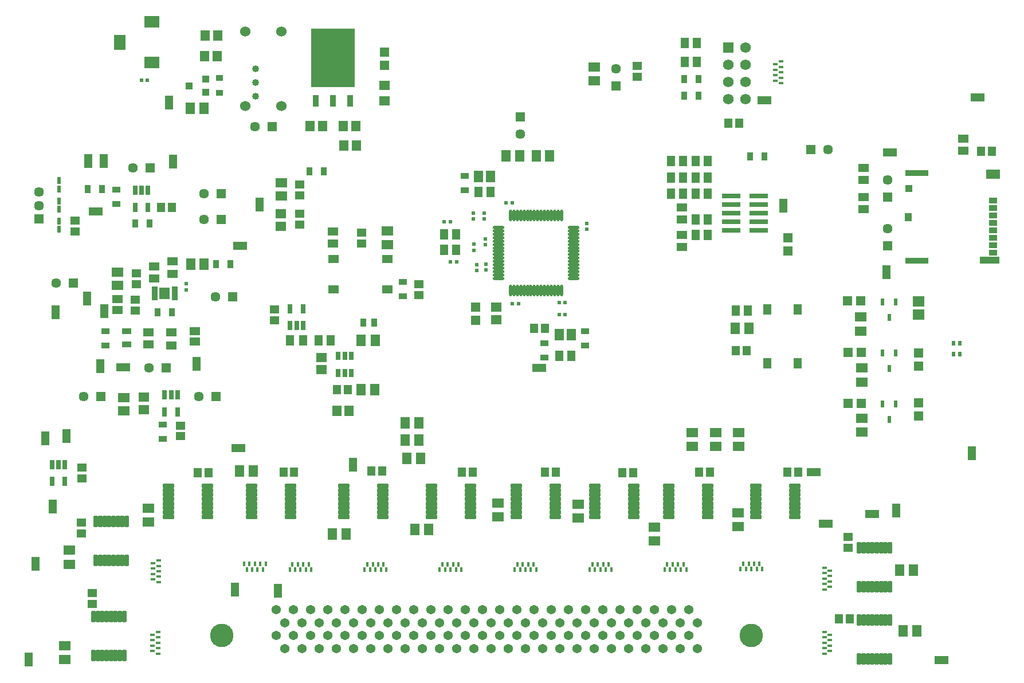
<source format=gts>
G04*
G04 #@! TF.GenerationSoftware,Altium Limited,Altium Designer,20.2.5 (213)*
G04*
G04 Layer_Color=8388736*
%FSLAX25Y25*%
%MOIN*%
G70*
G04*
G04 #@! TF.SameCoordinates,7C5E352A-D8AC-4D21-BA38-630912A149F9*
G04*
G04*
G04 #@! TF.FilePolarity,Negative*
G04*
G01*
G75*
%ADD23R,0.05938X0.05534*%
%ADD24R,0.05118X0.03543*%
%ADD25R,0.02362X0.02362*%
%ADD29R,0.05136X0.05733*%
%ADD31R,0.05534X0.05938*%
%ADD32R,0.05727X0.06127*%
%ADD36R,0.05733X0.05136*%
%ADD39R,0.03543X0.05118*%
%ADD42R,0.02362X0.02362*%
%ADD44R,0.05118X0.06102*%
%ADD46R,0.03567X0.05157*%
%ADD48R,0.06127X0.05727*%
%ADD50R,0.05756X0.05333*%
%ADD51R,0.06102X0.05118*%
%ADD57R,0.05709X0.03740*%
%ADD64R,0.10906X0.02559*%
%ADD66R,0.02165X0.03150*%
%ADD67R,0.05333X0.05756*%
%ADD68R,0.02200X0.04000*%
%ADD71R,0.03300X0.06900*%
%ADD72R,0.25800X0.34400*%
%ADD75R,0.05721X0.06902*%
%ADD76R,0.06902X0.05721*%
%ADD77R,0.08477X0.05131*%
%ADD78R,0.05131X0.08477*%
%ADD79R,0.05328X0.06509*%
%ADD80R,0.04737X0.06115*%
%ADD81R,0.06115X0.04737*%
G04:AMPARAMS|DCode=82|XSize=69.81mil|YSize=24.14mil|CornerRadius=6.02mil|HoleSize=0mil|Usage=FLASHONLY|Rotation=0.000|XOffset=0mil|YOffset=0mil|HoleType=Round|Shape=RoundedRectangle|*
%AMROUNDEDRECTD82*
21,1,0.06981,0.01211,0,0,0.0*
21,1,0.05778,0.02414,0,0,0.0*
1,1,0.01204,0.02889,-0.00605*
1,1,0.01204,-0.02889,-0.00605*
1,1,0.01204,-0.02889,0.00605*
1,1,0.01204,0.02889,0.00605*
%
%ADD82ROUNDEDRECTD82*%
%ADD83R,0.02080X0.02375*%
%ADD84R,0.04068X0.03753*%
%ADD85R,0.05524X0.06509*%
%ADD86R,0.01981X0.04343*%
%ADD87R,0.03162X0.05328*%
G04:AMPARAMS|DCode=88|XSize=69.81mil|YSize=24.14mil|CornerRadius=6.02mil|HoleSize=0mil|Usage=FLASHONLY|Rotation=90.000|XOffset=0mil|YOffset=0mil|HoleType=Round|Shape=RoundedRectangle|*
%AMROUNDEDRECTD88*
21,1,0.06981,0.01211,0,0,90.0*
21,1,0.05778,0.02414,0,0,90.0*
1,1,0.01204,0.00605,0.02889*
1,1,0.01204,0.00605,-0.02889*
1,1,0.01204,-0.00605,-0.02889*
1,1,0.01204,-0.00605,0.02889*
%
%ADD88ROUNDEDRECTD88*%
%ADD89R,0.02769X0.01784*%
%ADD90R,0.01784X0.02769*%
%ADD91R,0.05131X0.05918*%
%ADD92R,0.02965X0.04934*%
%ADD93R,0.04934X0.06312*%
%ADD94R,0.06154X0.06548*%
%ADD95R,0.03753X0.01981*%
%ADD96R,0.06509X0.05524*%
%ADD97R,0.06115X0.04540*%
%ADD98R,0.06312X0.04934*%
%ADD99R,0.04461X0.04343*%
%ADD100R,0.03871X0.04934*%
%ADD101R,0.08005X0.05288*%
%ADD102R,0.13792X0.03556*%
%ADD103R,0.11824X0.04186*%
%ADD104R,0.05131X0.03556*%
%ADD105R,0.06902X0.06115*%
%ADD106O,0.01784X0.06902*%
%ADD107O,0.06902X0.01784*%
%ADD108R,0.04343X0.03950*%
%ADD109R,0.05918X0.05328*%
%ADD110R,0.05682X0.05682*%
%ADD111C,0.05682*%
%ADD112R,0.05682X0.05682*%
%ADD113R,0.06706X0.09068*%
%ADD114R,0.09068X0.06706*%
%ADD115C,0.05386*%
%ADD116C,0.13674*%
%ADD117R,0.06181X0.06181*%
%ADD118C,0.06181*%
%ADD119C,0.05721*%
%ADD120R,0.05721X0.05721*%
%ADD121C,0.06000*%
%ADD122C,0.04000*%
D23*
X267689Y362353D02*
D03*
Y369647D02*
D03*
X291277Y286268D02*
D03*
Y278974D02*
D03*
D24*
X338500Y330134D02*
D03*
Y321866D02*
D03*
X421000Y286232D02*
D03*
Y294500D02*
D03*
X444500Y293232D02*
D03*
Y301500D02*
D03*
X198800Y247134D02*
D03*
Y238866D02*
D03*
X165500Y293161D02*
D03*
Y301429D02*
D03*
X374500Y383366D02*
D03*
Y391634D02*
D03*
X172000Y375366D02*
D03*
Y383634D02*
D03*
D25*
X366220Y341750D02*
D03*
X369780D02*
D03*
X398720Y376000D02*
D03*
X402280D02*
D03*
X362720Y365250D02*
D03*
X366280D02*
D03*
X429440Y311000D02*
D03*
X433000D02*
D03*
X429440Y318000D02*
D03*
X433000D02*
D03*
X405780Y317500D02*
D03*
X402220D02*
D03*
D29*
X527847Y422500D02*
D03*
X534153D02*
D03*
X538653Y290000D02*
D03*
X532347D02*
D03*
X681153Y406000D02*
D03*
X674847D02*
D03*
X300124Y267621D02*
D03*
X306429D02*
D03*
X598712Y134000D02*
D03*
X592406D02*
D03*
X421153Y303000D02*
D03*
X414847D02*
D03*
X219300Y219000D02*
D03*
X225605D02*
D03*
X562347Y219500D02*
D03*
X568653D02*
D03*
X269079D02*
D03*
X275385D02*
D03*
X320347Y220000D02*
D03*
X326653D02*
D03*
X421347Y219500D02*
D03*
X427653D02*
D03*
X372906D02*
D03*
X379211D02*
D03*
X466347Y219000D02*
D03*
X472653D02*
D03*
X510895Y219500D02*
D03*
X517200D02*
D03*
X197847Y373500D02*
D03*
X204153D02*
D03*
D31*
X311478Y409412D02*
D03*
X304185D02*
D03*
X311218Y420912D02*
D03*
X303925D02*
D03*
X230647Y461500D02*
D03*
X223353D02*
D03*
X230793Y473500D02*
D03*
X223500D02*
D03*
D32*
X284572Y420912D02*
D03*
X291861D02*
D03*
X307370Y255000D02*
D03*
X300081D02*
D03*
D36*
X148000Y359347D02*
D03*
Y365653D02*
D03*
X158000Y142800D02*
D03*
Y149105D02*
D03*
X348000Y322347D02*
D03*
Y328653D02*
D03*
X264000Y314153D02*
D03*
Y307847D02*
D03*
X183000Y319653D02*
D03*
Y313347D02*
D03*
X209300Y240300D02*
D03*
Y246605D02*
D03*
X183500Y328847D02*
D03*
Y335153D02*
D03*
X151800Y222153D02*
D03*
Y215847D02*
D03*
X151500Y183847D02*
D03*
Y190153D02*
D03*
X597500Y181653D02*
D03*
Y175347D02*
D03*
X278500Y363347D02*
D03*
Y369653D02*
D03*
Y386653D02*
D03*
Y380347D02*
D03*
X475000Y455805D02*
D03*
Y449500D02*
D03*
X314500Y358653D02*
D03*
Y352347D02*
D03*
D39*
X191134Y364000D02*
D03*
X182866D02*
D03*
X510634Y448000D02*
D03*
X502366D02*
D03*
X510634Y438500D02*
D03*
X502366D02*
D03*
X238134Y340500D02*
D03*
X229866D02*
D03*
X195866Y312500D02*
D03*
X204134D02*
D03*
X540732Y403000D02*
D03*
X549000D02*
D03*
X284366Y394500D02*
D03*
X292634D02*
D03*
X163634Y384000D02*
D03*
X155366D02*
D03*
D42*
X445500Y360720D02*
D03*
Y364280D02*
D03*
X381500Y336720D02*
D03*
Y340280D02*
D03*
X386500Y351720D02*
D03*
Y355280D02*
D03*
X380000Y352030D02*
D03*
Y348470D02*
D03*
X387000Y337000D02*
D03*
Y340560D02*
D03*
X212500Y325440D02*
D03*
Y329000D02*
D03*
X379500Y366720D02*
D03*
Y370280D02*
D03*
X386000Y366720D02*
D03*
Y370280D02*
D03*
D44*
X550642Y282850D02*
D03*
Y314150D02*
D03*
X568358Y282850D02*
D03*
Y314150D02*
D03*
D46*
X321832Y306621D02*
D03*
X315721D02*
D03*
D48*
X393000Y308210D02*
D03*
Y315500D02*
D03*
X187800Y255710D02*
D03*
Y263000D02*
D03*
D50*
X381000Y307658D02*
D03*
Y315342D02*
D03*
X562446Y348257D02*
D03*
Y355940D02*
D03*
X638471Y281110D02*
D03*
Y288794D02*
D03*
X638500Y252158D02*
D03*
Y259842D02*
D03*
X328000Y463842D02*
D03*
Y456158D02*
D03*
D51*
X329650Y325642D02*
D03*
X298350D02*
D03*
X329650Y343358D02*
D03*
X298350D02*
D03*
D57*
X178000Y293654D02*
D03*
Y301331D02*
D03*
D64*
X545500Y360000D02*
D03*
Y365000D02*
D03*
Y370000D02*
D03*
Y375000D02*
D03*
Y380000D02*
D03*
X529634Y360000D02*
D03*
Y365000D02*
D03*
Y370000D02*
D03*
Y375000D02*
D03*
Y380000D02*
D03*
D66*
X658957Y294299D02*
D03*
Y288000D02*
D03*
X662500D02*
D03*
Y294299D02*
D03*
D67*
X597129Y319110D02*
D03*
X604812D02*
D03*
X597629Y289110D02*
D03*
X605312D02*
D03*
X597629Y259610D02*
D03*
X605312D02*
D03*
D68*
X625211Y318610D02*
D03*
X617731D02*
D03*
X621471Y309610D02*
D03*
X625211Y259110D02*
D03*
X617731D02*
D03*
X621471Y250110D02*
D03*
X625211Y288860D02*
D03*
X617731D02*
D03*
X621471Y279860D02*
D03*
D71*
X288072Y435562D02*
D03*
X298072D02*
D03*
X308072D02*
D03*
D72*
X298072Y460412D02*
D03*
D75*
X251535Y220000D02*
D03*
X243465D02*
D03*
X635535Y162500D02*
D03*
X627465D02*
D03*
X539831Y303123D02*
D03*
X531760D02*
D03*
X322454Y296121D02*
D03*
X314383D02*
D03*
X314241Y267621D02*
D03*
X322312D02*
D03*
X353535Y186000D02*
D03*
X345465D02*
D03*
X297465Y183500D02*
D03*
X305535D02*
D03*
X637500Y127000D02*
D03*
X629429D02*
D03*
X348035Y248000D02*
D03*
X339965D02*
D03*
X348035Y238000D02*
D03*
X339965D02*
D03*
X349035Y227500D02*
D03*
X340965D02*
D03*
D76*
X605000Y309646D02*
D03*
Y301575D02*
D03*
X485000Y179465D02*
D03*
Y187535D02*
D03*
X142000Y118535D02*
D03*
Y110465D02*
D03*
X605500Y280035D02*
D03*
Y271965D02*
D03*
Y250894D02*
D03*
Y242823D02*
D03*
X144500Y174035D02*
D03*
Y165965D02*
D03*
X190500Y198394D02*
D03*
Y190323D02*
D03*
X533500Y195894D02*
D03*
Y187823D02*
D03*
X394000Y201394D02*
D03*
Y193323D02*
D03*
X534000Y242500D02*
D03*
Y234429D02*
D03*
X520500Y242500D02*
D03*
Y234429D02*
D03*
X507000Y242500D02*
D03*
Y234429D02*
D03*
X440500Y200894D02*
D03*
Y192823D02*
D03*
X329500Y351823D02*
D03*
Y359894D02*
D03*
X450000Y455224D02*
D03*
Y447153D02*
D03*
D77*
X418000Y280000D02*
D03*
X549066Y435879D02*
D03*
X160000Y371000D02*
D03*
X244000Y351000D02*
D03*
X577500Y219500D02*
D03*
X611500Y195000D02*
D03*
X652000Y110000D02*
D03*
X176000Y280500D02*
D03*
X243000Y233500D02*
D03*
X584500Y189500D02*
D03*
X673000Y437500D02*
D03*
X622000Y405500D02*
D03*
D78*
X155000Y320500D02*
D03*
X155500Y400500D02*
D03*
X164500D02*
D03*
X205000Y400000D02*
D03*
X136500Y312500D02*
D03*
X162500Y281000D02*
D03*
X165000Y313000D02*
D03*
X143000Y240500D02*
D03*
X130500Y239000D02*
D03*
X625500Y197000D02*
D03*
X669500Y230500D02*
D03*
X241000Y151000D02*
D03*
X218500Y282500D02*
D03*
X135000Y199500D02*
D03*
X125000Y166000D02*
D03*
X121000Y110500D02*
D03*
X309616Y223935D02*
D03*
X255371Y375153D02*
D03*
X266000Y150500D02*
D03*
X619987Y335638D02*
D03*
X560000Y374500D02*
D03*
X202500Y434500D02*
D03*
D79*
X389445Y391500D02*
D03*
X382555D02*
D03*
X436445Y299500D02*
D03*
X429555D02*
D03*
D80*
X389543Y382500D02*
D03*
X382457D02*
D03*
X515946Y357396D02*
D03*
X508859D02*
D03*
Y366396D02*
D03*
X515946D02*
D03*
X509500Y469000D02*
D03*
X502413D02*
D03*
X539339Y313623D02*
D03*
X532252D02*
D03*
X515946Y400396D02*
D03*
X508859D02*
D03*
X515946Y390896D02*
D03*
X508859D02*
D03*
X515946Y381396D02*
D03*
X508859D02*
D03*
X501733D02*
D03*
X494647D02*
D03*
Y390896D02*
D03*
X501733D02*
D03*
X509500Y458000D02*
D03*
X502413D02*
D03*
X296543Y296000D02*
D03*
X289457D02*
D03*
X436543Y287000D02*
D03*
X429457D02*
D03*
X494647Y400396D02*
D03*
X501733D02*
D03*
D81*
X500946Y357439D02*
D03*
Y350352D02*
D03*
X606500Y372500D02*
D03*
Y379587D02*
D03*
X500946Y366352D02*
D03*
Y373439D02*
D03*
X194000Y332000D02*
D03*
Y339087D02*
D03*
X204500Y334957D02*
D03*
Y342043D02*
D03*
X190500Y300937D02*
D03*
Y293850D02*
D03*
X664500Y413543D02*
D03*
Y406457D02*
D03*
X606500Y389457D02*
D03*
Y396543D02*
D03*
X298000Y352457D02*
D03*
Y359543D02*
D03*
D82*
X404701Y211457D02*
D03*
Y208898D02*
D03*
Y206339D02*
D03*
Y203780D02*
D03*
Y201220D02*
D03*
Y198661D02*
D03*
Y196102D02*
D03*
Y193543D02*
D03*
X427299D02*
D03*
Y196102D02*
D03*
Y198661D02*
D03*
Y201220D02*
D03*
Y203780D02*
D03*
Y206339D02*
D03*
Y208898D02*
D03*
Y211457D02*
D03*
X225000D02*
D03*
Y208898D02*
D03*
Y206339D02*
D03*
Y203780D02*
D03*
Y201220D02*
D03*
Y198661D02*
D03*
Y196102D02*
D03*
Y193543D02*
D03*
X202402D02*
D03*
Y196102D02*
D03*
Y198661D02*
D03*
Y201220D02*
D03*
Y203780D02*
D03*
Y206339D02*
D03*
Y208898D02*
D03*
Y211457D02*
D03*
X304201D02*
D03*
Y208898D02*
D03*
Y206339D02*
D03*
Y203780D02*
D03*
Y201220D02*
D03*
Y198661D02*
D03*
Y196102D02*
D03*
Y193543D02*
D03*
X326799D02*
D03*
Y196102D02*
D03*
Y198661D02*
D03*
Y201220D02*
D03*
Y203780D02*
D03*
Y206339D02*
D03*
Y208898D02*
D03*
Y211457D02*
D03*
X273079D02*
D03*
Y208898D02*
D03*
Y206339D02*
D03*
Y203780D02*
D03*
Y201220D02*
D03*
Y198661D02*
D03*
Y196102D02*
D03*
Y193543D02*
D03*
X250480D02*
D03*
Y196102D02*
D03*
Y198661D02*
D03*
Y201220D02*
D03*
Y203780D02*
D03*
Y206339D02*
D03*
Y208898D02*
D03*
Y211457D02*
D03*
X566598D02*
D03*
Y208898D02*
D03*
Y206339D02*
D03*
Y203780D02*
D03*
Y201220D02*
D03*
Y198661D02*
D03*
Y196102D02*
D03*
Y193543D02*
D03*
X544000D02*
D03*
Y196102D02*
D03*
Y198661D02*
D03*
Y201220D02*
D03*
Y203780D02*
D03*
Y206339D02*
D03*
Y208898D02*
D03*
Y211457D02*
D03*
X493201D02*
D03*
Y208898D02*
D03*
Y206339D02*
D03*
Y203780D02*
D03*
Y201220D02*
D03*
Y198661D02*
D03*
Y196102D02*
D03*
Y193543D02*
D03*
X515799D02*
D03*
Y196102D02*
D03*
Y198661D02*
D03*
Y201220D02*
D03*
Y203780D02*
D03*
Y206339D02*
D03*
Y208898D02*
D03*
Y211457D02*
D03*
X450201D02*
D03*
Y208898D02*
D03*
Y206339D02*
D03*
Y203780D02*
D03*
Y201220D02*
D03*
Y198661D02*
D03*
Y196102D02*
D03*
Y193543D02*
D03*
X472799D02*
D03*
Y196102D02*
D03*
Y198661D02*
D03*
Y201220D02*
D03*
Y203780D02*
D03*
Y206339D02*
D03*
Y208898D02*
D03*
Y211457D02*
D03*
X355201D02*
D03*
Y208898D02*
D03*
Y206339D02*
D03*
Y203780D02*
D03*
Y201220D02*
D03*
Y198661D02*
D03*
Y196102D02*
D03*
Y193543D02*
D03*
X377799D02*
D03*
Y196102D02*
D03*
Y198661D02*
D03*
Y201220D02*
D03*
Y203780D02*
D03*
Y206339D02*
D03*
Y208898D02*
D03*
Y211457D02*
D03*
D83*
X190000Y447500D02*
D03*
X186555D02*
D03*
D84*
X232000Y448890D02*
D03*
Y440110D02*
D03*
D85*
X215063Y431000D02*
D03*
X222937D02*
D03*
X223000Y340500D02*
D03*
X215126D02*
D03*
X398626Y403500D02*
D03*
X406500D02*
D03*
X424000D02*
D03*
X416126D02*
D03*
D86*
X138500Y360638D02*
D03*
Y365362D02*
D03*
Y377224D02*
D03*
Y372500D02*
D03*
Y384276D02*
D03*
Y389000D02*
D03*
D87*
X190240Y383421D02*
D03*
X186500D02*
D03*
X182760D02*
D03*
Y373579D02*
D03*
X190240D02*
D03*
X273037Y314542D02*
D03*
X280517D02*
D03*
Y304700D02*
D03*
X276777D02*
D03*
X273037D02*
D03*
X207540Y254579D02*
D03*
X200060D02*
D03*
Y264421D02*
D03*
X203800D02*
D03*
X207540D02*
D03*
X142040Y214079D02*
D03*
X134560D02*
D03*
Y223921D02*
D03*
X138300D02*
D03*
X142040D02*
D03*
D88*
X158543Y135299D02*
D03*
X161102D02*
D03*
X163661D02*
D03*
X166220D02*
D03*
X168780D02*
D03*
X171339D02*
D03*
X173898D02*
D03*
X176457D02*
D03*
Y112701D02*
D03*
X173898D02*
D03*
X171339D02*
D03*
X168780D02*
D03*
X166220D02*
D03*
X163661D02*
D03*
X161102D02*
D03*
X158543D02*
D03*
X604043Y175299D02*
D03*
X606602D02*
D03*
X609161D02*
D03*
X611720D02*
D03*
X614280D02*
D03*
X616839D02*
D03*
X619398D02*
D03*
X621957D02*
D03*
Y152701D02*
D03*
X619398D02*
D03*
X616839D02*
D03*
X614280D02*
D03*
X611720D02*
D03*
X609161D02*
D03*
X606602D02*
D03*
X604043D02*
D03*
Y133299D02*
D03*
X606602D02*
D03*
X609161D02*
D03*
X611720D02*
D03*
X614280D02*
D03*
X616839D02*
D03*
X619398D02*
D03*
X621957D02*
D03*
Y110701D02*
D03*
X619398D02*
D03*
X616839D02*
D03*
X614280D02*
D03*
X611720D02*
D03*
X609161D02*
D03*
X606602D02*
D03*
X604043D02*
D03*
X160043Y168201D02*
D03*
X162602D02*
D03*
X165161D02*
D03*
X167720D02*
D03*
X170280D02*
D03*
X172839D02*
D03*
X175398D02*
D03*
X177957D02*
D03*
Y190799D02*
D03*
X175398D02*
D03*
X172839D02*
D03*
X170280D02*
D03*
X167720D02*
D03*
X165161D02*
D03*
X162602D02*
D03*
X160043D02*
D03*
D89*
X587000Y124874D02*
D03*
Y121724D02*
D03*
Y118575D02*
D03*
Y115425D02*
D03*
X583850Y113850D02*
D03*
Y117000D02*
D03*
Y120150D02*
D03*
Y123299D02*
D03*
Y126449D02*
D03*
Y163799D02*
D03*
Y160650D02*
D03*
Y157500D02*
D03*
Y154350D02*
D03*
Y151201D02*
D03*
X587000Y152776D02*
D03*
Y155925D02*
D03*
Y159075D02*
D03*
Y162224D02*
D03*
X196150Y113850D02*
D03*
Y117000D02*
D03*
Y120150D02*
D03*
Y123299D02*
D03*
Y126449D02*
D03*
X193000Y124874D02*
D03*
Y121724D02*
D03*
Y118575D02*
D03*
Y115425D02*
D03*
X196500Y155500D02*
D03*
Y158650D02*
D03*
Y161799D02*
D03*
Y164949D02*
D03*
Y168098D02*
D03*
X193350Y166524D02*
D03*
Y163374D02*
D03*
Y160224D02*
D03*
Y157075D02*
D03*
X558500Y445701D02*
D03*
Y448850D02*
D03*
Y452000D02*
D03*
Y455150D02*
D03*
Y458299D02*
D03*
X555350Y456724D02*
D03*
Y453575D02*
D03*
Y450425D02*
D03*
Y447276D02*
D03*
D90*
X361563Y165959D02*
D03*
X364713D02*
D03*
X367862D02*
D03*
X371012D02*
D03*
X372587Y162809D02*
D03*
X369437D02*
D03*
X366288D02*
D03*
X363138D02*
D03*
X359988D02*
D03*
X490819D02*
D03*
X493969D02*
D03*
X497118D02*
D03*
X500268D02*
D03*
X503418D02*
D03*
X501843Y165959D02*
D03*
X498693D02*
D03*
X495544D02*
D03*
X492394D02*
D03*
X447209Y162809D02*
D03*
X450358D02*
D03*
X453508D02*
D03*
X456658D02*
D03*
X459807D02*
D03*
X458232Y165959D02*
D03*
X455083D02*
D03*
X451933D02*
D03*
X448784D02*
D03*
X403599Y162809D02*
D03*
X406748D02*
D03*
X409898D02*
D03*
X413047D02*
D03*
X416197D02*
D03*
X414622Y165959D02*
D03*
X411473D02*
D03*
X408323D02*
D03*
X405173D02*
D03*
X316378Y162809D02*
D03*
X319528D02*
D03*
X322677D02*
D03*
X325827D02*
D03*
X328977D02*
D03*
X327402Y165959D02*
D03*
X324252D02*
D03*
X321103D02*
D03*
X317953D02*
D03*
X272768Y162809D02*
D03*
X275918D02*
D03*
X279067D02*
D03*
X282217D02*
D03*
X285366D02*
D03*
X283792Y165959D02*
D03*
X280642D02*
D03*
X277492D02*
D03*
X274343D02*
D03*
X536626Y166150D02*
D03*
X539776D02*
D03*
X542925D02*
D03*
X546075D02*
D03*
X547650Y163000D02*
D03*
X544500D02*
D03*
X541350D02*
D03*
X538201D02*
D03*
X535051D02*
D03*
X258799Y166000D02*
D03*
X255650D02*
D03*
X252500D02*
D03*
X249350D02*
D03*
X246201D02*
D03*
X247776Y162850D02*
D03*
X250925D02*
D03*
X254075D02*
D03*
X257224D02*
D03*
D91*
X369543Y348722D02*
D03*
Y357778D02*
D03*
X362457D02*
D03*
Y348722D02*
D03*
D92*
X301037Y287239D02*
D03*
X304777D02*
D03*
X308517D02*
D03*
Y277003D02*
D03*
X304777D02*
D03*
X301037D02*
D03*
D93*
X273037Y296121D02*
D03*
X280517D02*
D03*
D94*
X200000Y323500D02*
D03*
D95*
X194094Y326453D02*
D03*
Y324484D02*
D03*
Y322516D02*
D03*
Y320547D02*
D03*
X205906D02*
D03*
Y322516D02*
D03*
Y324484D02*
D03*
Y326453D02*
D03*
D96*
X176300Y255063D02*
D03*
Y262937D02*
D03*
X172500Y328063D02*
D03*
Y335937D02*
D03*
X268000Y380063D02*
D03*
Y387937D02*
D03*
D97*
X217500Y301626D02*
D03*
Y295524D02*
D03*
X172500Y313898D02*
D03*
Y320000D02*
D03*
D98*
X204000Y293260D02*
D03*
Y300740D02*
D03*
D99*
X632925Y384531D02*
D03*
D100*
X632630Y367740D02*
D03*
D101*
X681941Y392760D02*
D03*
D102*
X637591Y393626D02*
D03*
Y342602D02*
D03*
D103*
X680032Y342917D02*
D03*
D104*
X682000Y377484D02*
D03*
Y373154D02*
D03*
Y368823D02*
D03*
Y364492D02*
D03*
Y360161D02*
D03*
Y355831D02*
D03*
Y351500D02*
D03*
Y347169D02*
D03*
D105*
X638500Y318839D02*
D03*
Y311161D02*
D03*
D106*
X401236Y368752D02*
D03*
X403205D02*
D03*
X405173D02*
D03*
X407142D02*
D03*
X409110D02*
D03*
X411079D02*
D03*
X413047D02*
D03*
X415016D02*
D03*
X416984D02*
D03*
X418953D02*
D03*
X420921D02*
D03*
X422890D02*
D03*
X424858D02*
D03*
X426827D02*
D03*
X428795D02*
D03*
X430764D02*
D03*
Y325248D02*
D03*
X428795D02*
D03*
X426827D02*
D03*
X424858D02*
D03*
X422890D02*
D03*
X420921D02*
D03*
X418953D02*
D03*
X416984D02*
D03*
X415016D02*
D03*
X413047D02*
D03*
X411079D02*
D03*
X409110D02*
D03*
X407142D02*
D03*
X405173D02*
D03*
X403205D02*
D03*
X401236D02*
D03*
D107*
X437752Y361764D02*
D03*
Y359795D02*
D03*
Y357827D02*
D03*
Y355858D02*
D03*
Y353890D02*
D03*
Y351921D02*
D03*
Y349953D02*
D03*
Y347984D02*
D03*
Y346016D02*
D03*
Y344047D02*
D03*
Y342079D02*
D03*
Y340110D02*
D03*
Y338142D02*
D03*
Y336173D02*
D03*
Y334205D02*
D03*
Y332236D02*
D03*
X394248D02*
D03*
Y334205D02*
D03*
Y336173D02*
D03*
Y338142D02*
D03*
Y340110D02*
D03*
Y342079D02*
D03*
Y344047D02*
D03*
Y346016D02*
D03*
Y347984D02*
D03*
Y349953D02*
D03*
Y351921D02*
D03*
Y353890D02*
D03*
Y355858D02*
D03*
Y357827D02*
D03*
Y359795D02*
D03*
Y361764D02*
D03*
D108*
X214157Y444260D02*
D03*
X224000Y448000D02*
D03*
Y440520D02*
D03*
D109*
X328072Y444342D02*
D03*
Y435483D02*
D03*
D110*
X233000Y366500D02*
D03*
X191500Y396500D02*
D03*
X147000Y329500D02*
D03*
X239500Y321500D02*
D03*
X229800Y263500D02*
D03*
X201000Y280000D02*
D03*
X162800Y263500D02*
D03*
X576000Y407000D02*
D03*
X233000Y381500D02*
D03*
X262500Y420500D02*
D03*
D111*
X223000Y366500D02*
D03*
X620500Y389500D02*
D03*
X181500Y396500D02*
D03*
X137000Y329500D02*
D03*
X407000Y416000D02*
D03*
X229500Y321500D02*
D03*
X219800Y263500D02*
D03*
X191000Y280000D02*
D03*
X152800Y263500D02*
D03*
X586000Y407000D02*
D03*
X223000Y381500D02*
D03*
X462500Y454000D02*
D03*
X620500Y361000D02*
D03*
X252500Y420500D02*
D03*
D112*
X620500Y379500D02*
D03*
X407000Y426000D02*
D03*
X462500Y444000D02*
D03*
X620500Y351000D02*
D03*
D113*
X173996Y469500D02*
D03*
D114*
X192500Y481311D02*
D03*
Y457689D02*
D03*
D115*
X269768Y116929D02*
D03*
X279768D02*
D03*
X289768D02*
D03*
X299768D02*
D03*
X309768D02*
D03*
X319768D02*
D03*
X329768D02*
D03*
X339768D02*
D03*
X349768D02*
D03*
X359768D02*
D03*
X369768D02*
D03*
X379768D02*
D03*
X389768D02*
D03*
X399768D02*
D03*
X409768D02*
D03*
X419768D02*
D03*
X429768D02*
D03*
X439768D02*
D03*
X449768D02*
D03*
X459768D02*
D03*
X469768D02*
D03*
X479768D02*
D03*
X489768D02*
D03*
X499768D02*
D03*
X509768D02*
D03*
X264768Y124409D02*
D03*
X274768D02*
D03*
X284768D02*
D03*
X294768D02*
D03*
X304768D02*
D03*
X314768D02*
D03*
X324768D02*
D03*
X334768D02*
D03*
X344768D02*
D03*
X354768D02*
D03*
X364768D02*
D03*
X374768D02*
D03*
X384768D02*
D03*
X394768D02*
D03*
X404768D02*
D03*
X414768D02*
D03*
X424768D02*
D03*
X434768D02*
D03*
X444768D02*
D03*
X454768D02*
D03*
X464768D02*
D03*
X474768D02*
D03*
X484768D02*
D03*
X494768D02*
D03*
X504768D02*
D03*
X269768Y131890D02*
D03*
X279768D02*
D03*
X289768D02*
D03*
X299768D02*
D03*
X309768D02*
D03*
X319768D02*
D03*
X329768D02*
D03*
X339768D02*
D03*
X349768D02*
D03*
X359768D02*
D03*
X369768D02*
D03*
X379768D02*
D03*
X389768D02*
D03*
X399768D02*
D03*
X409768D02*
D03*
X419768D02*
D03*
X429768D02*
D03*
X439768D02*
D03*
X449768D02*
D03*
X459768D02*
D03*
X469768D02*
D03*
X479768D02*
D03*
X489768D02*
D03*
X499768D02*
D03*
X509768D02*
D03*
X264768Y139370D02*
D03*
X274768D02*
D03*
X284768D02*
D03*
X294768D02*
D03*
X304768D02*
D03*
X314768D02*
D03*
X324768D02*
D03*
X334768D02*
D03*
X344768D02*
D03*
X354768D02*
D03*
X364768D02*
D03*
X374768D02*
D03*
X384768D02*
D03*
X394768D02*
D03*
X404768D02*
D03*
X414768D02*
D03*
X424768D02*
D03*
X434768D02*
D03*
X444768D02*
D03*
X454768D02*
D03*
X464768D02*
D03*
X474768D02*
D03*
X484768D02*
D03*
X494768D02*
D03*
X504768D02*
D03*
D116*
X233272Y124409D02*
D03*
X541264D02*
D03*
D117*
X527922Y466351D02*
D03*
D118*
Y456351D02*
D03*
Y446351D02*
D03*
Y436351D02*
D03*
X537922Y466351D02*
D03*
Y456351D02*
D03*
Y446351D02*
D03*
Y436351D02*
D03*
D119*
X127000Y374626D02*
D03*
Y382500D02*
D03*
D120*
Y366752D02*
D03*
D121*
X267764Y475654D02*
D03*
Y432346D02*
D03*
X246898Y475654D02*
D03*
Y432346D02*
D03*
D122*
X253000Y454000D02*
D03*
Y446126D02*
D03*
Y438252D02*
D03*
M02*

</source>
